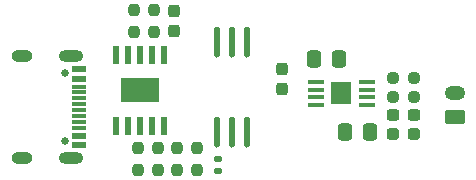
<source format=gbr>
%TF.GenerationSoftware,KiCad,Pcbnew,(6.0.4-0)*%
%TF.CreationDate,2023-08-08T13:47:07-06:00*%
%TF.ProjectId,usb_pd,7573625f-7064-42e6-9b69-6361645f7063,rev?*%
%TF.SameCoordinates,Original*%
%TF.FileFunction,Soldermask,Top*%
%TF.FilePolarity,Negative*%
%FSLAX46Y46*%
G04 Gerber Fmt 4.6, Leading zero omitted, Abs format (unit mm)*
G04 Created by KiCad (PCBNEW (6.0.4-0)) date 2023-08-08 13:47:07*
%MOMM*%
%LPD*%
G01*
G04 APERTURE LIST*
G04 Aperture macros list*
%AMRoundRect*
0 Rectangle with rounded corners*
0 $1 Rounding radius*
0 $2 $3 $4 $5 $6 $7 $8 $9 X,Y pos of 4 corners*
0 Add a 4 corners polygon primitive as box body*
4,1,4,$2,$3,$4,$5,$6,$7,$8,$9,$2,$3,0*
0 Add four circle primitives for the rounded corners*
1,1,$1+$1,$2,$3*
1,1,$1+$1,$4,$5*
1,1,$1+$1,$6,$7*
1,1,$1+$1,$8,$9*
0 Add four rect primitives between the rounded corners*
20,1,$1+$1,$2,$3,$4,$5,0*
20,1,$1+$1,$4,$5,$6,$7,0*
20,1,$1+$1,$6,$7,$8,$9,0*
20,1,$1+$1,$8,$9,$2,$3,0*%
G04 Aperture macros list end*
%ADD10RoundRect,0.100000X0.612500X0.100000X-0.612500X0.100000X-0.612500X-0.100000X0.612500X-0.100000X0*%
%ADD11R,1.730000X1.850000*%
%ADD12RoundRect,0.250000X0.337500X0.475000X-0.337500X0.475000X-0.337500X-0.475000X0.337500X-0.475000X0*%
%ADD13RoundRect,0.237500X-0.300000X-0.237500X0.300000X-0.237500X0.300000X0.237500X-0.300000X0.237500X0*%
%ADD14RoundRect,0.237500X-0.237500X0.300000X-0.237500X-0.300000X0.237500X-0.300000X0.237500X0.300000X0*%
%ADD15RoundRect,0.250000X-0.337500X-0.475000X0.337500X-0.475000X0.337500X0.475000X-0.337500X0.475000X0*%
%ADD16RoundRect,0.237500X0.250000X0.237500X-0.250000X0.237500X-0.250000X-0.237500X0.250000X-0.237500X0*%
%ADD17RoundRect,0.237500X-0.250000X-0.237500X0.250000X-0.237500X0.250000X0.237500X-0.250000X0.237500X0*%
%ADD18RoundRect,0.237500X0.287500X0.237500X-0.287500X0.237500X-0.287500X-0.237500X0.287500X-0.237500X0*%
%ADD19RoundRect,0.237500X0.237500X-0.250000X0.237500X0.250000X-0.237500X0.250000X-0.237500X-0.250000X0*%
%ADD20R,0.600000X1.500000*%
%ADD21R,3.300000X2.100000*%
%ADD22C,0.650000*%
%ADD23R,1.240000X0.600000*%
%ADD24R,1.240000X0.300000*%
%ADD25O,2.100000X1.000000*%
%ADD26O,1.800000X1.000000*%
%ADD27RoundRect,0.237500X0.237500X-0.300000X0.237500X0.300000X-0.237500X0.300000X-0.237500X-0.300000X0*%
%ADD28RoundRect,0.147500X-0.172500X0.147500X-0.172500X-0.147500X0.172500X-0.147500X0.172500X0.147500X0*%
%ADD29RoundRect,0.250000X0.625000X-0.350000X0.625000X0.350000X-0.625000X0.350000X-0.625000X-0.350000X0*%
%ADD30O,1.750000X1.200000*%
%ADD31O,0.560000X2.655000*%
%ADD32RoundRect,0.237500X-0.237500X0.250000X-0.237500X-0.250000X0.237500X-0.250000X0.237500X0.250000X0*%
G04 APERTURE END LIST*
D10*
%TO.C,U2*%
X154892500Y-86505000D03*
X154892500Y-85855000D03*
X154892500Y-85205000D03*
X154892500Y-84555000D03*
X150567500Y-84555000D03*
X150567500Y-85205000D03*
X150567500Y-85855000D03*
X150567500Y-86505000D03*
D11*
X152730000Y-85530000D03*
%TD*%
D12*
%TO.C,C5*%
X155137500Y-88800000D03*
X153062500Y-88800000D03*
%TD*%
D13*
%TO.C,C4*%
X157137500Y-87400000D03*
X158862500Y-87400000D03*
%TD*%
D14*
%TO.C,C3*%
X147700000Y-83437500D03*
X147700000Y-85162500D03*
%TD*%
D15*
%TO.C,C2*%
X150462500Y-82600000D03*
X152537500Y-82600000D03*
%TD*%
D16*
%TO.C,R7*%
X158912500Y-84200000D03*
X157087500Y-84200000D03*
%TD*%
D17*
%TO.C,R8*%
X157087500Y-85800000D03*
X158912500Y-85800000D03*
%TD*%
D18*
%TO.C,F1*%
X158875000Y-89000000D03*
X157125000Y-89000000D03*
%TD*%
D19*
%TO.C,R1*%
X138800000Y-92012500D03*
X138800000Y-90187500D03*
%TD*%
D20*
%TO.C,U1*%
X137700000Y-82280000D03*
X136700000Y-82280000D03*
X135700000Y-82280000D03*
X134700000Y-82280000D03*
X133700000Y-82280000D03*
X133700000Y-88280000D03*
X134700000Y-88280000D03*
X135700000Y-88280000D03*
X136700000Y-88280000D03*
X137700000Y-88280000D03*
D21*
X135700000Y-85280000D03*
%TD*%
D22*
%TO.C,J1*%
X129380000Y-83800000D03*
X129380000Y-89590000D03*
D23*
X130500000Y-83500000D03*
X130500000Y-84300000D03*
D24*
X130500000Y-85450000D03*
X130500000Y-86450000D03*
X130500000Y-86950000D03*
X130500000Y-87950000D03*
D23*
X130500000Y-89900000D03*
X130500000Y-89100000D03*
D24*
X130500000Y-88450000D03*
X130500000Y-87450000D03*
X130500000Y-85950000D03*
X130500000Y-84950000D03*
D25*
X129880000Y-82380000D03*
X129880000Y-91020000D03*
D26*
X125700000Y-91020000D03*
X125700000Y-82380000D03*
%TD*%
D27*
%TO.C,C1*%
X138600000Y-80262500D03*
X138600000Y-78537500D03*
%TD*%
D28*
%TO.C,D1*%
X142300000Y-91115000D03*
X142300000Y-92085000D03*
%TD*%
D29*
%TO.C,J2*%
X162350000Y-87500000D03*
D30*
X162350000Y-85500000D03*
%TD*%
D31*
%TO.C,SW1*%
X142230000Y-88803000D03*
X143500000Y-88803000D03*
X144770000Y-88803000D03*
X144770000Y-81197000D03*
X143500000Y-81197000D03*
X142230000Y-81197000D03*
%TD*%
D19*
%TO.C,R3*%
X135200000Y-80312500D03*
X135200000Y-78487500D03*
%TD*%
D32*
%TO.C,R5*%
X137200000Y-90187500D03*
X137200000Y-92012500D03*
%TD*%
%TO.C,R2*%
X135500000Y-90187500D03*
X135500000Y-92012500D03*
%TD*%
D19*
%TO.C,R4*%
X136900000Y-80312500D03*
X136900000Y-78487500D03*
%TD*%
D32*
%TO.C,R6*%
X140500000Y-90187500D03*
X140500000Y-92012500D03*
%TD*%
M02*

</source>
